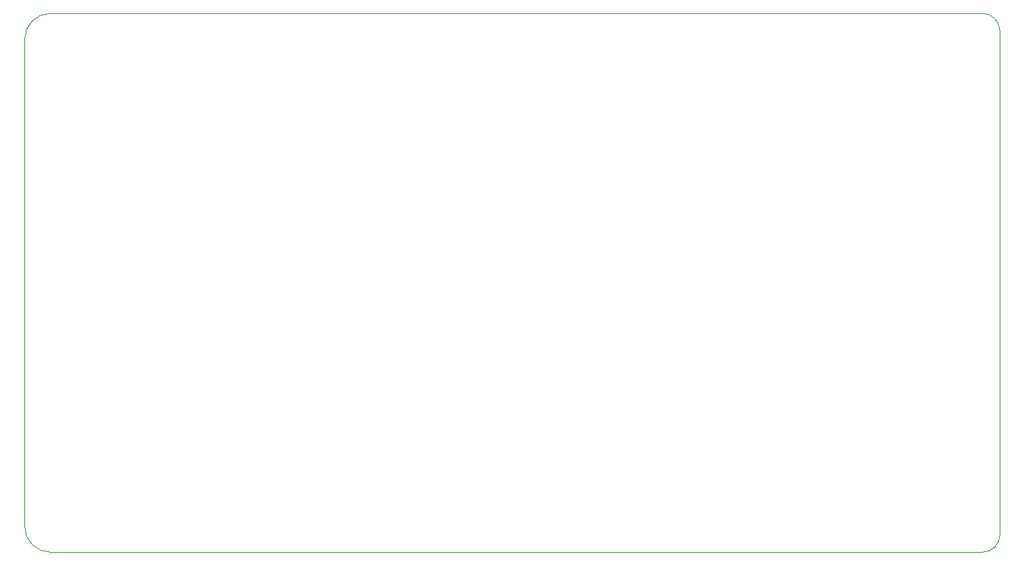
<source format=gbr>
G04 #@! TF.GenerationSoftware,KiCad,Pcbnew,(5.1.0)-1*
G04 #@! TF.CreationDate,2019-08-29T13:47:09+02:00*
G04 #@! TF.ProjectId,atkeyboard,61746b65-7962-46f6-9172-642e6b696361,rev?*
G04 #@! TF.SameCoordinates,Original*
G04 #@! TF.FileFunction,Profile,NP*
%FSLAX46Y46*%
G04 Gerber Fmt 4.6, Leading zero omitted, Abs format (unit mm)*
G04 Created by KiCad (PCBNEW (5.1.0)-1) date 2019-08-29 13:47:09*
%MOMM*%
%LPD*%
G04 APERTURE LIST*
%ADD10C,0.050000*%
G04 APERTURE END LIST*
D10*
X88000000Y-95000000D02*
G75*
G02X91000000Y-92000000I3000000J0D01*
G01*
X91000000Y-154000000D02*
G75*
G02X88000000Y-151000000I0J3000000D01*
G01*
X92000000Y-154000000D02*
X91000000Y-154000000D01*
X88000000Y-95000000D02*
X88000000Y-151000000D01*
X92000000Y-92000000D02*
X91000000Y-92000000D01*
X94000000Y-154000000D02*
X92000000Y-154000000D01*
X94000000Y-92000000D02*
X92000000Y-92000000D01*
X200000000Y-152000000D02*
G75*
G02X198000000Y-154000000I-2000000J0D01*
G01*
X198000000Y-92000000D02*
G75*
G02X200000000Y-94000000I0J-2000000D01*
G01*
X198000000Y-154000000D02*
X94000000Y-154000000D01*
X200000000Y-94000000D02*
X200000000Y-152000000D01*
X172000000Y-92000000D02*
X198000000Y-92000000D01*
X94000000Y-92000000D02*
X172000000Y-92000000D01*
M02*

</source>
